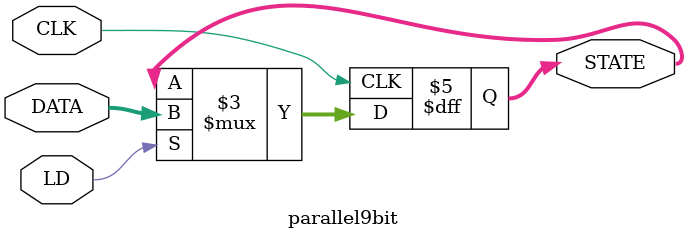
<source format=v>


module parallel3bit(input CLK, LD, input wire [2:0] DATA, output reg[2:0] STATE);
   // 3-bit instruction register
   // Positive edge triggered to load data ahead of time.
   // Code does not work otherwise!
   // (Because then the register loads its value at the same time the input changes)
   always @(posedge CLK) begin
	  if(LD) STATE[2:0] = DATA[2:0];
   end
endmodule // parallel3bit


module parallel6bit(input CLK, LD, input wire [5:0] DATA, output reg[5:0] STATE);
   // 6-bit address register
   always @(negedge CLK) begin
	  if(LD) STATE[5:0] = DATA[5:0];
   end
endmodule // parallel6bit


module parallel9bit(input CLK, LD, input wire [8:0] DATA, output reg[8:0] STATE);
   // 9-bit data register
   always @(negedge CLK) begin
	  if(LD) STATE[8:0] = DATA[8:0];
   end
endmodule // parallel9bit

</source>
